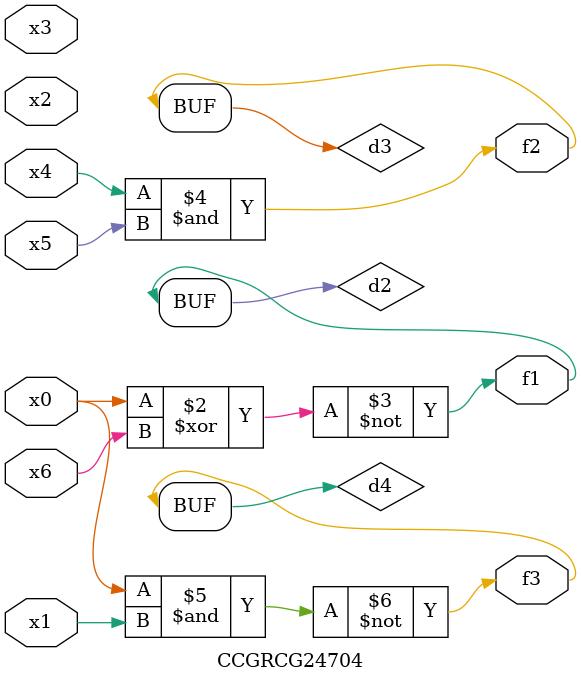
<source format=v>
module CCGRCG24704(
	input x0, x1, x2, x3, x4, x5, x6,
	output f1, f2, f3
);

	wire d1, d2, d3, d4;

	nor (d1, x0);
	xnor (d2, x0, x6);
	and (d3, x4, x5);
	nand (d4, x0, x1);
	assign f1 = d2;
	assign f2 = d3;
	assign f3 = d4;
endmodule

</source>
